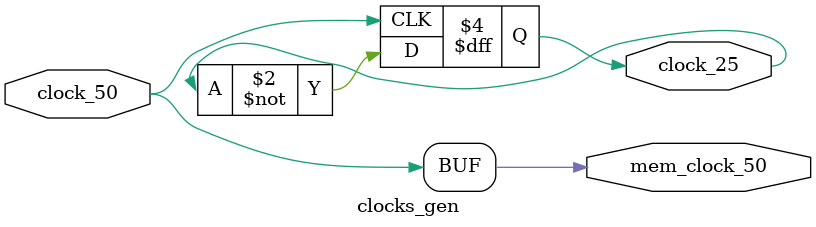
<source format=v>
module clocks_gen(clock_50,clock_25,mem_clock_50);

	input clock_50;
	output reg clock_25; 
	output mem_clock_50;
	
	assign mem_clock_50 = clock_50;
	
	initial
	begin
		clock_25 <= 0;
	end
	
	always @ (posedge clock_50)
	begin
		clock_25 <= ~clock_25;
	end
	
endmodule
</source>
